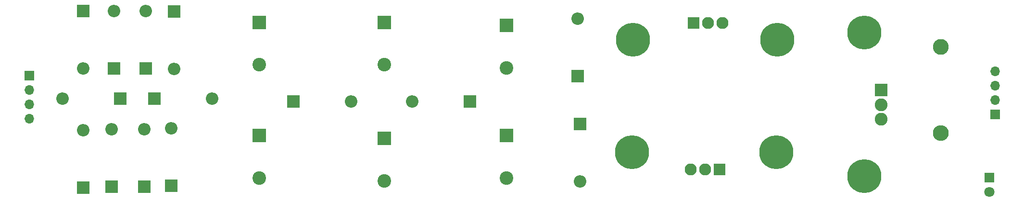
<source format=gbr>
%TF.GenerationSoftware,KiCad,Pcbnew,8.0.6*%
%TF.CreationDate,2024-12-05T22:57:10-05:00*%
%TF.ProjectId,Power Supply,506f7765-7220-4537-9570-706c792e6b69,rev?*%
%TF.SameCoordinates,Original*%
%TF.FileFunction,Soldermask,Top*%
%TF.FilePolarity,Negative*%
%FSLAX46Y46*%
G04 Gerber Fmt 4.6, Leading zero omitted, Abs format (unit mm)*
G04 Created by KiCad (PCBNEW 8.0.6) date 2024-12-05 22:57:10*
%MOMM*%
%LPD*%
G01*
G04 APERTURE LIST*
G04 Aperture macros list*
%AMRoundRect*
0 Rectangle with rounded corners*
0 $1 Rounding radius*
0 $2 $3 $4 $5 $6 $7 $8 $9 X,Y pos of 4 corners*
0 Add a 4 corners polygon primitive as box body*
4,1,4,$2,$3,$4,$5,$6,$7,$8,$9,$2,$3,0*
0 Add four circle primitives for the rounded corners*
1,1,$1+$1,$2,$3*
1,1,$1+$1,$4,$5*
1,1,$1+$1,$6,$7*
1,1,$1+$1,$8,$9*
0 Add four rect primitives between the rounded corners*
20,1,$1+$1,$2,$3,$4,$5,0*
20,1,$1+$1,$4,$5,$6,$7,0*
20,1,$1+$1,$6,$7,$8,$9,0*
20,1,$1+$1,$8,$9,$2,$3,0*%
G04 Aperture macros list end*
%ADD10C,2.800000*%
%ADD11O,2.800000X2.800000*%
%ADD12R,1.800000X1.800000*%
%ADD13C,1.800000*%
%ADD14C,6.000000*%
%ADD15RoundRect,0.102000X-1.027500X1.027500X-1.027500X-1.027500X1.027500X-1.027500X1.027500X1.027500X0*%
%ADD16C,2.259000*%
%ADD17O,1.700000X1.700000*%
%ADD18R,1.700000X1.700000*%
%ADD19RoundRect,0.102000X-0.952500X-0.952500X0.952500X-0.952500X0.952500X0.952500X-0.952500X0.952500X0*%
%ADD20C,2.109000*%
%ADD21C,2.114000*%
%ADD22RoundRect,0.102000X0.955000X0.955000X-0.955000X0.955000X-0.955000X-0.955000X0.955000X-0.955000X0*%
%ADD23R,2.400000X2.400000*%
%ADD24C,2.400000*%
%ADD25R,2.200000X2.200000*%
%ADD26O,2.200000X2.200000*%
G04 APERTURE END LIST*
D10*
%TO.C,R1*%
X178500000Y-24380000D03*
D11*
X178500000Y-39620000D03*
%TD*%
D12*
%TO.C,D15*%
X187000000Y-47480000D03*
D13*
X187000000Y-50020000D03*
%TD*%
D14*
%TO.C,REF\u002A\u002A*%
X165000000Y-47200000D03*
X165000000Y-21800000D03*
%TD*%
D15*
%TO.C,U2*%
X168000000Y-32000000D03*
D16*
X168000000Y-34550000D03*
X168000000Y-37100000D03*
%TD*%
D14*
%TO.C,REF\u002A\u002A*%
X124260000Y-23092200D03*
X149660000Y-23092200D03*
%TD*%
%TO.C,REF\u002A\u002A*%
X124100000Y-43000000D03*
X149500000Y-43000000D03*
%TD*%
D17*
%TO.C,J2*%
X18000000Y-37080000D03*
X18000000Y-34540000D03*
X18000000Y-32000000D03*
D18*
X18000000Y-29460000D03*
%TD*%
%TO.C,J1*%
X188000000Y-36300000D03*
D17*
X188000000Y-33760000D03*
X188000000Y-31220000D03*
X188000000Y-28680000D03*
%TD*%
D19*
%TO.C,U3*%
X134920000Y-20092200D03*
D20*
X137460000Y-20092200D03*
X140000000Y-20092200D03*
%TD*%
D21*
%TO.C,U1*%
X134400000Y-46000000D03*
X136950000Y-46000000D03*
D22*
X139500000Y-46000000D03*
%TD*%
D23*
%TO.C,C6*%
X102000000Y-20522220D03*
D24*
X102000000Y-28022220D03*
%TD*%
D23*
%TO.C,C5*%
X102000000Y-40022220D03*
D24*
X102000000Y-47522220D03*
%TD*%
D23*
%TO.C,C4*%
X80500000Y-40522220D03*
D24*
X80500000Y-48022220D03*
%TD*%
D23*
%TO.C,C3*%
X58500000Y-40022220D03*
D24*
X58500000Y-47522220D03*
%TD*%
D23*
%TO.C,C2*%
X58500000Y-20000000D03*
D24*
X58500000Y-27500000D03*
%TD*%
D23*
%TO.C,C1*%
X80500000Y-20000000D03*
D24*
X80500000Y-27500000D03*
%TD*%
D25*
%TO.C,D14*%
X34000000Y-33500000D03*
D26*
X23840000Y-33500000D03*
%TD*%
%TO.C,D13*%
X50160000Y-33500000D03*
D25*
X40000000Y-33500000D03*
%TD*%
D26*
%TO.C,D12*%
X85420000Y-34000000D03*
D25*
X95580000Y-34000000D03*
%TD*%
D26*
%TO.C,D11*%
X74660000Y-34000000D03*
D25*
X64500000Y-34000000D03*
%TD*%
%TO.C,D10*%
X115000000Y-38000000D03*
D26*
X115000000Y-48160000D03*
%TD*%
%TO.C,D9*%
X114500000Y-19340000D03*
D25*
X114500000Y-29500000D03*
%TD*%
D26*
%TO.C,D8*%
X27500000Y-39080000D03*
D25*
X27500000Y-49240000D03*
%TD*%
D26*
%TO.C,D7*%
X43000000Y-38760000D03*
D25*
X43000000Y-48920000D03*
%TD*%
%TO.C,D6*%
X32500000Y-49080000D03*
D26*
X32500000Y-38920000D03*
%TD*%
D25*
%TO.C,D5*%
X38250000Y-49080000D03*
D26*
X38250000Y-38920000D03*
%TD*%
%TO.C,D4*%
X38500000Y-18000000D03*
D25*
X38500000Y-28160000D03*
%TD*%
D26*
%TO.C,D3*%
X43500000Y-28240000D03*
D25*
X43500000Y-18080000D03*
%TD*%
%TO.C,D2*%
X27500000Y-18000000D03*
D26*
X27500000Y-28160000D03*
%TD*%
D25*
%TO.C,D1*%
X32920000Y-28160000D03*
D26*
X32920000Y-18000000D03*
%TD*%
M02*

</source>
